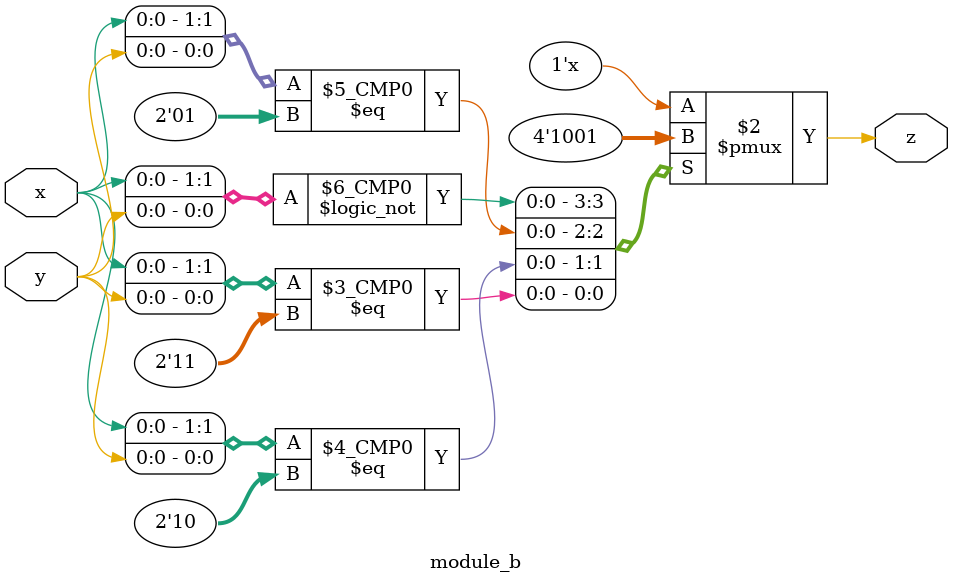
<source format=sv>
module top_module(
    input x,
    input y,
    output z
);

wire z1, z2;

module_a first_a(
    .x(x),
    .y(y),
    .z(z1)
);

module_b first_b(
    .x(x),
    .y(y),
    .z(z1)
);

module_a second_a(
    .x(x),
    .y(y),
    .z(z2)
);

module_b second_b(
    .x(x),
    .y(y),
    .z(z2)
);

assign z = (z1 | z2) ^ (z1 & z2);

endmodule
module module_a(
    input x,
    input y,
    output z
);

assign z = (x ^ y) & x;

endmodule
module module_b(
    input x,
    input y,
    output z
);

reg z;

always @(*) begin
    case ({x, y})
        2'b00: z = 1'b1;
        2'b01: z = 1'b0;
        2'b10: z = 1'b0;
        2'b11: z = 1'b1;
    endcase
end

endmodule

</source>
